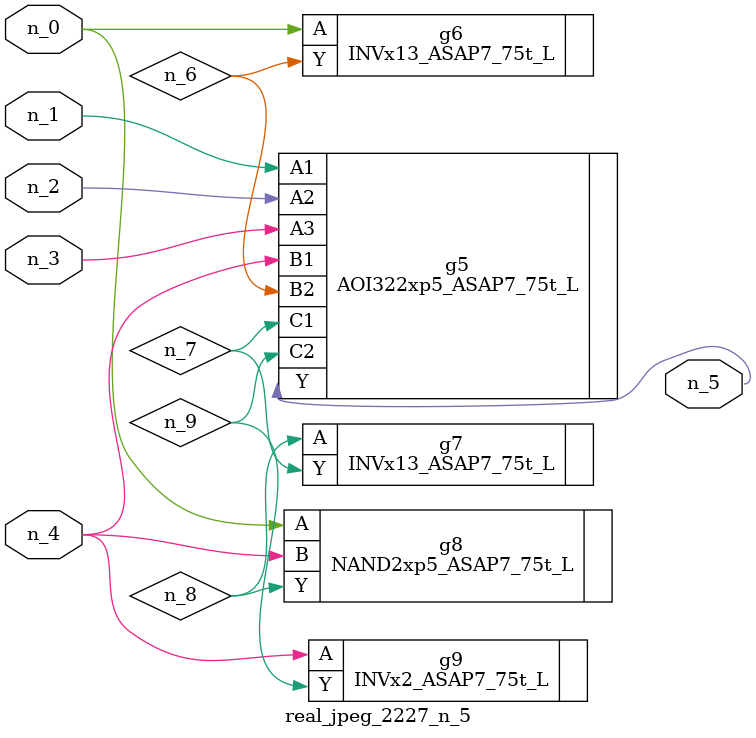
<source format=v>
module real_jpeg_2227_n_5 (n_4, n_0, n_1, n_2, n_3, n_5);

input n_4;
input n_0;
input n_1;
input n_2;
input n_3;

output n_5;

wire n_8;
wire n_6;
wire n_7;
wire n_9;

INVx13_ASAP7_75t_L g6 ( 
.A(n_0),
.Y(n_6)
);

NAND2xp5_ASAP7_75t_L g8 ( 
.A(n_0),
.B(n_4),
.Y(n_8)
);

AOI322xp5_ASAP7_75t_L g5 ( 
.A1(n_1),
.A2(n_2),
.A3(n_3),
.B1(n_4),
.B2(n_6),
.C1(n_7),
.C2(n_9),
.Y(n_5)
);

INVx2_ASAP7_75t_L g9 ( 
.A(n_4),
.Y(n_9)
);

INVx13_ASAP7_75t_L g7 ( 
.A(n_8),
.Y(n_7)
);


endmodule
</source>
